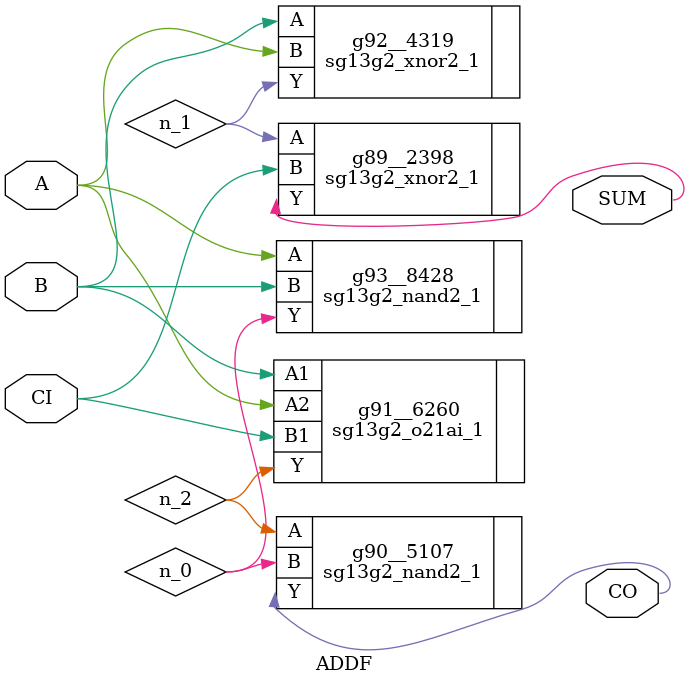
<source format=v>


// Verification Directory fv/ADDF 

`include "../../../../../ihp-sg13g2/libs.ref/sg13g2_stdcell/verilog/sg13g2_stdcell.v"

module ADDF(A, B, CI, CO, SUM);
  input [0:0] A, B, CI;
  output [0:0] CO, SUM;
  wire [0:0] A, B, CI;
  wire [0:0] CO, SUM;
  wire n_0, n_1, n_2;
  sg13g2_xnor2_1 g89__2398(.A (n_1), .B (CI), .Y (SUM));
  sg13g2_nand2_1 g90__5107(.A (n_2), .B (n_0), .Y (CO));
  sg13g2_o21ai_1 g91__6260(.A1 (B), .A2 (A), .B1 (CI), .Y (n_2));
  sg13g2_xnor2_1 g92__4319(.A (B), .B (A), .Y (n_1));
  sg13g2_nand2_1 g93__8428(.A (A), .B (B), .Y (n_0));
endmodule


</source>
